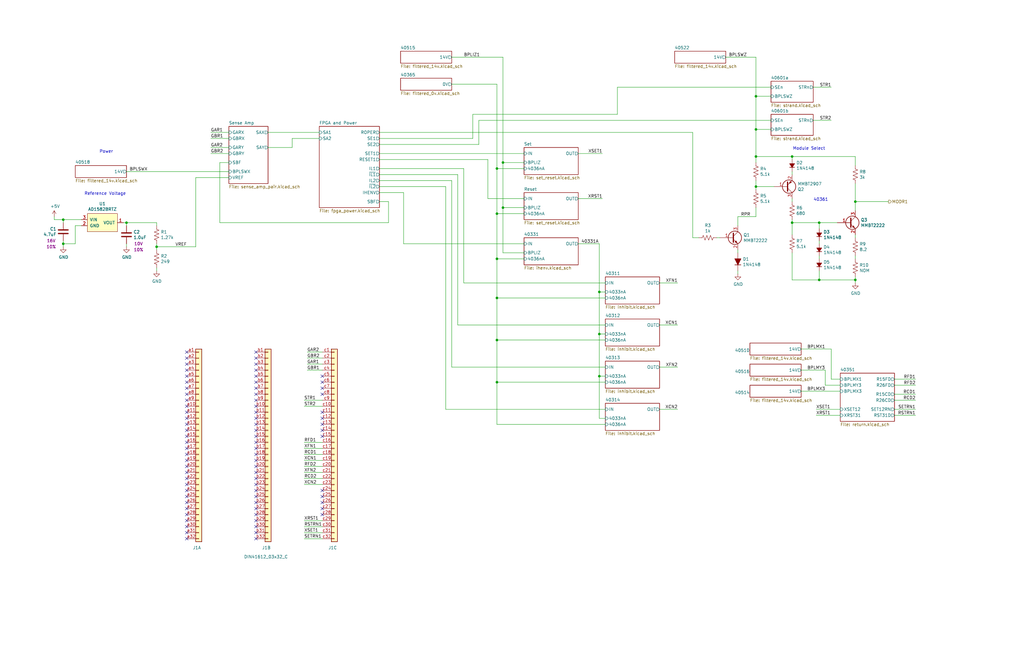
<source format=kicad_sch>
(kicad_sch (version 20211123) (generator eeschema)
  (paper "USLedger")
  (lib_symbols
    (symbol "Device:C" (pin_numbers hide) (pin_names (offset 0.254))
      (property "Reference" "C" (at 0.635 2.54 0))
      (property "Value" "C" (at 0.635 -2.54 0))
      (symbol "C_0_1"
        (polyline (pts (xy -2.032 -0.762) (xy 2.032 -0.762)) (stroke (width 0.508)))
        (polyline (pts (xy -2.032 0.762) (xy 2.032 0.762)) (stroke (width 0.508)))
      )
      (symbol "C_1_1"
        (pin passive line (at 0 3.81 270) (length 2.794) (name "~") (number "1"))
        (pin passive line (at 0 -3.81 90) (length 2.794) (name "~") (number "2"))
      )
    )
    (symbol "Device:D_Filled" (pin_numbers hide) (pin_names (offset 1.016) hide)
      (property "Reference" "D" (at 0 2.54 0))
      (property "Value" "D_Filled" (at 0 -2.54 0))
      (symbol "D_Filled_0_1"
        (polyline (pts (xy -1.27 1.27) (xy -1.27 -1.27)) (stroke (width 0.254)))
        (polyline (pts (xy 1.27 0) (xy -1.27 0)))
        (polyline (pts (xy 1.27 1.27) (xy 1.27 -1.27) (xy -1.27 0) (xy 1.27 1.27)) (stroke (width 0.254)) (fill (type outline)))
      )
      (symbol "D_Filled_1_1"
        (pin passive line (at -3.81 0 0) (length 2.54) (name "K") (number "1"))
        (pin passive line (at 3.81 0 180) (length 2.54) (name "A") (number "2"))
      )
    )
    (symbol "Device:D_Small_Filled" (pin_numbers hide) (pin_names (offset 0.254) hide)
      (property "Reference" "D" (at -1.27 2.032 0))
      (property "Value" "D_Small_Filled" (at -3.81 -2.032 0))
      (symbol "D_Small_Filled_0_1"
        (polyline (pts (xy -0.762 -1.016) (xy -0.762 1.016)) (stroke (width 0.254)))
        (polyline (pts (xy -0.762 0) (xy 0.762 0)))
        (polyline (pts (xy 0.762 -1.016) (xy -0.762 0) (xy 0.762 1.016) (xy 0.762 -1.016)) (stroke (width 0.254)) (fill (type outline)))
      )
      (symbol "D_Small_Filled_1_1"
        (pin passive line (at -2.54 0 0) (length 1.778) (name "K") (number "1"))
        (pin passive line (at 2.54 0 180) (length 1.778) (name "A") (number "2"))
      )
    )
    (symbol "Device:Q_NPN_BEC" (pin_names (offset 0) hide)
      (property "Reference" "Q" (at 5.08 1.27 0))
      (property "Value" "Q_NPN_BEC" (at 5.08 -1.27 0))
      (symbol "Q_NPN_BEC_0_1"
        (polyline (pts (xy 0.635 0.635) (xy 2.54 2.54)))
        (polyline (pts (xy 0.635 -0.635) (xy 2.54 -2.54) (xy 2.54 -2.54)))
        (polyline (pts (xy 0.635 1.905) (xy 0.635 -1.905) (xy 0.635 -1.905)) (stroke (width 0.508)))
        (polyline (pts (xy 1.27 -1.778) (xy 1.778 -1.27) (xy 2.286 -2.286) (xy 1.27 -1.778) (xy 1.27 -1.778)) (fill (type outline)))
        (circle (center 1.27 0) (radius 2.8194) (stroke (width 0.254)))
      )
      (symbol "Q_NPN_BEC_1_1"
        (pin input line (at -5.08 0 0) (length 5.715) (name "B") (number "1"))
        (pin passive line (at 2.54 -5.08 90) (length 2.54) (name "E") (number "2"))
        (pin passive line (at 2.54 5.08 270) (length 2.54) (name "C") (number "3"))
      )
    )
    (symbol "Device:Q_PNP_BEC" (pin_names (offset 0) hide)
      (property "Reference" "Q" (at 5.08 1.27 0))
      (property "Value" "Q_PNP_BEC" (at 5.08 -1.27 0))
      (symbol "Q_PNP_BEC_0_1"
        (polyline (pts (xy 0.635 0.635) (xy 2.54 2.54)))
        (polyline (pts (xy 0.635 -0.635) (xy 2.54 -2.54) (xy 2.54 -2.54)))
        (polyline (pts (xy 0.635 1.905) (xy 0.635 -1.905) (xy 0.635 -1.905)) (stroke (width 0.508)))
        (polyline (pts (xy 2.286 -1.778) (xy 1.778 -2.286) (xy 1.27 -1.27) (xy 2.286 -1.778) (xy 2.286 -1.778)) (fill (type outline)))
        (circle (center 1.27 0) (radius 2.8194) (stroke (width 0.254)))
      )
      (symbol "Q_PNP_BEC_1_1"
        (pin input line (at -5.08 0 0) (length 5.715) (name "B") (number "1"))
        (pin passive line (at 2.54 -5.08 90) (length 2.54) (name "E") (number "2"))
        (pin passive line (at 2.54 5.08 270) (length 2.54) (name "C") (number "3"))
      )
    )
    (symbol "Device:R_US" (pin_numbers hide) (pin_names (offset 0))
      (property "Reference" "R" (at 2.54 0 90))
      (property "Value" "R_US" (at -2.54 0 90))
      (symbol "R_US_0_1"
        (polyline (pts (xy 0 -2.286) (xy 0 -2.54)))
        (polyline (pts (xy 0 2.286) (xy 0 2.54)))
        (polyline (pts (xy 0 -0.762) (xy 1.016 -1.143) (xy 0 -1.524) (xy -1.016 -1.905) (xy 0 -2.286)))
        (polyline (pts (xy 0 0.762) (xy 1.016 0.381) (xy 0 0) (xy -1.016 -0.381) (xy 0 -0.762)))
        (polyline (pts (xy 0 2.286) (xy 1.016 1.905) (xy 0 1.524) (xy -1.016 1.143) (xy 0 0.762)))
      )
      (symbol "R_US_1_1"
        (pin passive line (at 0 3.81 270) (length 1.27) (name "~") (number "1"))
        (pin passive line (at 0 -3.81 90) (length 1.27) (name "~") (number "2"))
      )
    )
    (symbol "lachesis:AD1582" (pin_names (offset 1.016))
      (property "Reference" "U" (at 0 -3.81 0))
      (property "Value" "AD1582" (at 0 -6.35 0))
      (symbol "AD1582_0_1"
        (rectangle (start -6.35 5.08) (end 6.35 -2.54) (fill (type background)))
      )
      (symbol "AD1582_1_1"
        (pin power_out line (at 8.89 1.27 180) (length 2.54) (name "VOUT") (number "1"))
        (pin power_in line (at -8.89 0 0) (length 2.54) (name "GND") (number "2"))
        (pin power_in line (at -8.89 2.54 0) (length 2.54) (name "VIN") (number "3"))
      )
    )
    (symbol "lachesis:DIN41612_03x32_C" (pin_names (offset 1.016) hide)
      (property "Reference" "J" (at 0 30.48 0))
      (property "Value" "DIN41612_03x32_C" (at 0 -53.34 0))
      (symbol "DIN41612_03x32_C_0_1"
        (rectangle (start -1.27 29.21) (end 1.27 -52.07) (stroke (width 0.254)) (fill (type background)))
      )
      (symbol "DIN41612_03x32_C_1_1"
        (rectangle (start -1.27 -50.673) (end 0 -50.927) (stroke (width 0.1524)))
        (rectangle (start -1.27 -48.133) (end 0 -48.387) (stroke (width 0.1524)))
        (rectangle (start -1.27 -45.593) (end 0 -45.847) (stroke (width 0.1524)))
        (rectangle (start -1.27 -43.053) (end 0 -43.307) (stroke (width 0.1524)))
        (rectangle (start -1.27 -40.513) (end 0 -40.767) (stroke (width 0.1524)))
        (rectangle (start -1.27 -37.973) (end 0 -38.227) (stroke (width 0.1524)))
        (rectangle (start -1.27 -35.433) (end 0 -35.687) (stroke (width 0.1524)))
        (rectangle (start -1.27 -32.893) (end 0 -33.147) (stroke (width 0.1524)))
        (rectangle (start -1.27 -30.353) (end 0 -30.607) (stroke (width 0.1524)))
        (rectangle (start -1.27 -27.813) (end 0 -28.067) (stroke (width 0.1524)))
        (rectangle (start -1.27 -25.273) (end 0 -25.527) (stroke (width 0.1524)))
        (rectangle (start -1.27 -22.733) (end 0 -22.987) (stroke (width 0.1524)))
        (rectangle (start -1.27 -20.193) (end 0 -20.447) (stroke (width 0.1524)))
        (rectangle (start -1.27 -17.653) (end 0 -17.907) (stroke (width 0.1524)))
        (rectangle (start -1.27 -15.113) (end 0 -15.367) (stroke (width 0.1524)))
        (rectangle (start -1.27 -12.573) (end 0 -12.827) (stroke (width 0.1524)))
        (rectangle (start -1.27 -10.033) (end 0 -10.287) (stroke (width 0.1524)))
        (rectangle (start -1.27 -7.493) (end 0 -7.747) (stroke (width 0.1524)))
        (rectangle (start -1.27 -4.953) (end 0 -5.207) (stroke (width 0.1524)))
        (rectangle (start -1.27 -2.413) (end 0 -2.667) (stroke (width 0.1524)))
        (rectangle (start -1.27 0.127) (end 0 -0.127) (stroke (width 0.1524)))
        (rectangle (start -1.27 2.667) (end 0 2.413) (stroke (width 0.1524)))
        (rectangle (start -1.27 5.207) (end 0 4.953) (stroke (width 0.1524)))
        (rectangle (start -1.27 7.747) (end 0 7.493) (stroke (width 0.1524)))
        (rectangle (start -1.27 10.287) (end 0 10.033) (stroke (width 0.1524)))
        (rectangle (start -1.27 12.827) (end 0 12.573) (stroke (width 0.1524)))
        (rectangle (start -1.27 15.367) (end 0 15.113) (stroke (width 0.1524)))
        (rectangle (start -1.27 17.907) (end 0 17.653) (stroke (width 0.1524)))
        (rectangle (start -1.27 20.447) (end 0 20.193) (stroke (width 0.1524)))
        (rectangle (start -1.27 22.987) (end 0 22.733) (stroke (width 0.1524)))
        (rectangle (start -1.27 25.527) (end 0 25.273) (stroke (width 0.1524)))
        (rectangle (start -1.27 28.067) (end 0 27.813) (stroke (width 0.1524)))
        (pin passive line (at -5.08 27.94 0) (length 3.81) (name "~") (number "a1"))
        (pin passive line (at -5.08 5.08 0) (length 3.81) (name "~") (number "a10"))
        (pin passive line (at -5.08 2.54 0) (length 3.81) (name "~") (number "a11"))
        (pin passive line (at -5.08 0 0) (length 3.81) (name "~") (number "a12"))
        (pin passive line (at -5.08 -2.54 0) (length 3.81) (name "~") (number "a13"))
        (pin passive line (at -5.08 -5.08 0) (length 3.81) (name "~") (number "a14"))
        (pin passive line (at -5.08 -7.62 0) (length 3.81) (name "~") (number "a15"))
        (pin passive line (at -5.08 -10.16 0) (length 3.81) (name "~") (number "a16"))
        (pin passive line (at -5.08 -12.7 0) (length 3.81) (name "~") (number "a17"))
        (pin passive line (at -5.08 -15.24 0) (length 3.81) (name "~") (number "a18"))
        (pin passive line (at -5.08 -17.78 0) (length 3.81) (name "~") (number "a19"))
        (pin passive line (at -5.08 25.4 0) (length 3.81) (name "~") (number "a2"))
        (pin passive line (at -5.08 -20.32 0) (length 3.81) (name "~") (number "a20"))
        (pin passive line (at -5.08 -22.86 0) (length 3.81) (name "~") (number "a21"))
        (pin passive line (at -5.08 -25.4 0) (length 3.81) (name "~") (number "a22"))
        (pin passive line (at -5.08 -27.94 0) (length 3.81) (name "~") (number "a23"))
        (pin passive line (at -5.08 -30.48 0) (length 3.81) (name "~") (number "a24"))
        (pin passive line (at -5.08 -33.02 0) (length 3.81) (name "~") (number "a25"))
        (pin passive line (at -5.08 -35.56 0) (length 3.81) (name "~") (number "a26"))
        (pin passive line (at -5.08 -38.1 0) (length 3.81) (name "~") (number "a27"))
        (pin passive line (at -5.08 -40.64 0) (length 3.81) (name "~") (number "a28"))
        (pin passive line (at -5.08 -43.18 0) (length 3.81) (name "~") (number "a29"))
        (pin passive line (at -5.08 22.86 0) (length 3.81) (name "~") (number "a3"))
        (pin passive line (at -5.08 -45.72 0) (length 3.81) (name "~") (number "a30"))
        (pin passive line (at -5.08 -48.26 0) (length 3.81) (name "~") (number "a31"))
        (pin passive line (at -5.08 -50.8 0) (length 3.81) (name "~") (number "a32"))
        (pin passive line (at -5.08 20.32 0) (length 3.81) (name "~") (number "a4"))
        (pin passive line (at -5.08 17.78 0) (length 3.81) (name "~") (number "a5"))
        (pin passive line (at -5.08 15.24 0) (length 3.81) (name "~") (number "a6"))
        (pin passive line (at -5.08 12.7 0) (length 3.81) (name "~") (number "a7"))
        (pin passive line (at -5.08 10.16 0) (length 3.81) (name "~") (number "a8"))
        (pin passive line (at -5.08 7.62 0) (length 3.81) (name "~") (number "a9"))
      )
      (symbol "DIN41612_03x32_C_2_1"
        (rectangle (start -1.27 -50.673) (end 0 -50.927) (stroke (width 0.1524)))
        (rectangle (start -1.27 -48.133) (end 0 -48.387) (stroke (width 0.1524)))
        (rectangle (start -1.27 -45.593) (end 0 -45.847) (stroke (width 0.1524)))
        (rectangle (start -1.27 -43.053) (end 0 -43.307) (stroke (width 0.1524)))
        (rectangle (start -1.27 -40.513) (end 0 -40.767) (stroke (width 0.1524)))
        (rectangle (start -1.27 -37.973) (end 0 -38.227) (stroke (width 0.1524)))
        (rectangle (start -1.27 -35.433) (end 0 -35.687) (stroke (width 0.1524)))
        (rectangle (start -1.27 -32.893) (end 0 -33.147) (stroke (width 0.1524)))
        (rectangle (start -1.27 -30.353) (end 0 -30.607) (stroke (width 0.1524)))
        (rectangle (start -1.27 -27.813) (end 0 -28.067) (stroke (width 0.1524)))
        (rectangle (start -1.27 -25.273) (end 0 -25.527) (stroke (width 0.1524)))
        (rectangle (start -1.27 -22.733) (end 0 -22.987) (stroke (width 0.1524)))
        (rectangle (start -1.27 -20.193) (end 0 -20.447) (stroke (width 0.1524)))
        (rectangle (start -1.27 -17.653) (end 0 -17.907) (stroke (width 0.1524)))
        (rectangle (start -1.27 -15.113) (end 0 -15.367) (stroke (width 0.1524)))
        (rectangle (start -1.27 -12.573) (end 0 -12.827) (stroke (width 0.1524)))
        (rectangle (start -1.27 -10.033) (end 0 -10.287) (stroke (width 0.1524)))
        (rectangle (start -1.27 -7.493) (end 0 -7.747) (stroke (width 0.1524)))
        (rectangle (start -1.27 -4.953) (end 0 -5.207) (stroke (width 0.1524)))
        (rectangle (start -1.27 -2.413) (end 0 -2.667) (stroke (width 0.1524)))
        (rectangle (start -1.27 0.127) (end 0 -0.127) (stroke (width 0.1524)))
        (rectangle (start -1.27 2.667) (end 0 2.413) (stroke (width 0.1524)))
        (rectangle (start -1.27 5.207) (end 0 4.953) (stroke (width 0.1524)))
        (rectangle (start -1.27 7.747) (end 0 7.493) (stroke (width 0.1524)))
        (rectangle (start -1.27 10.287) (end 0 10.033) (stroke (width 0.1524)))
        (rectangle (start -1.27 12.827) (end 0 12.573) (stroke (width 0.1524)))
        (rectangle (start -1.27 15.367) (end 0 15.113) (stroke (width 0.1524)))
        (rectangle (start -1.27 17.907) (end 0 17.653) (stroke (width 0.1524)))
        (rectangle (start -1.27 20.447) (end 0 20.193) (stroke (width 0.1524)))
        (rectangle (start -1.27 22.987) (end 0 22.733) (stroke (width 0.1524)))
        (rectangle (start -1.27 25.527) (end 0 25.273) (stroke (width 0.1524)))
        (rectangle (start -1.27 28.067) (end 0 27.813) (stroke (width 0.1524)))
        (pin passive line (at -5.08 27.94 0) (length 3.81) (name "~") (number "b1"))
        (pin passive line (at -5.08 5.08 0) (length 3.81) (name "~") (number "b10"))
        (pin passive line (at -5.08 2.54 0) (length 3.81) (name "~") (number "b11"))
        (pin passive line (at -5.08 0 0) (length 3.81) (name "~") (number "b12"))
        (pin passive line (at -5.08 -2.54 0) (length 3.81) (name "~") (number "b13"))
        (pin passive line (at -5.08 -5.08 0) (length 3.81) (name "~") (number "b14"))
        (pin passive line (at -5.08 -7.62 0) (length 3.81) (name "~") (number "b15"))
        (pin passive line (at -5.08 -10.16 0) (length 3.81) (name "~") (number "b16"))
        (pin passive line (at -5.08 -12.7 0) (length 3.81) (name "~") (number "b17"))
        (pin passive line (at -5.08 -15.24 0) (length 3.81) (name "~") (number "b18"))
        (pin passive line (at -5.08 -17.78 0) (length 3.81) (name "~") (number "b19"))
        (pin passive line (at -5.08 25.4 0) (length 3.81) (name "~") (number "b2"))
        (pin passive line (at -5.08 -20.32 0) (length 3.81) (name "~") (number "b20"))
        (pin passive line (at -5.08 -22.86 0) (length 3.81) (name "~") (number "b21"))
        (pin passive line (at -5.08 -25.4 0) (length 3.81) (name "~") (number "b22"))
        (pin passive line (at -5.08 -27.94 0) (length 3.81) (name "~") (number "b23"))
        (pin passive line (at -5.08 -30.48 0) (length 3.81) (name "~") (number "b24"))
        (pin passive line (at -5.08 -33.02 0) (length 3.81) (name "~") (number "b25"))
        (pin passive line (at -5.08 -35.56 0) (length 3.81) (name "~") (number "b26"))
        (pin passive line (at -5.08 -38.1 0) (length 3.81) (name "~") (number "b27"))
        (pin passive line (at -5.08 -40.64 0) (length 3.81) (name "~") (number "b28"))
        (pin passive line (at -5.08 -43.18 0) (length 3.81) (name "~") (number "b29"))
        (pin passive line (at -5.08 22.86 0) (length 3.81) (name "~") (number "b3"))
        (pin passive line (at -5.08 -45.72 0) (length 3.81) (name "~") (number "b30"))
        (pin passive line (at -5.08 -48.26 0) (length 3.81) (name "~") (number "b31"))
        (pin passive line (at -5.08 -50.8 0) (length 3.81) (name "~") (number "b32"))
        (pin passive line (at -5.08 20.32 0) (length 3.81) (name "~") (number "b4"))
        (pin passive line (at -5.08 17.78 0) (length 3.81) (name "~") (number "b5"))
        (pin passive line (at -5.08 15.24 0) (length 3.81) (name "~") (number "b6"))
        (pin passive line (at -5.08 12.7 0) (length 3.81) (name "~") (number "b7"))
        (pin passive line (at -5.08 10.16 0) (length 3.81) (name "~") (number "b8"))
        (pin passive line (at -5.08 7.62 0) (length 3.81) (name "~") (number "b9"))
      )
      (symbol "DIN41612_03x32_C_3_1"
        (rectangle (start -1.27 -50.673) (end 0 -50.927) (stroke (width 0.1524)))
        (rectangle (start -1.27 -48.133) (end 0 -48.387) (stroke (width 0.1524)))
        (rectangle (start -1.27 -45.593) (end 0 -45.847) (stroke (width 0.1524)))
        (rectangle (start -1.27 -43.053) (end 0 -43.307) (stroke (width 0.1524)))
        (rectangle (start -1.27 -40.513) (end 0 -40.767) (stroke (width 0.1524)))
        (rectangle (start -1.27 -37.973) (end 0 -38.227) (stroke (width 0.1524)))
        (rectangle (start -1.27 -35.433) (end 0 -35.687) (stroke (width 0.1524)))
        (rectangle (start -1.27 -32.893) (end 0 -33.147) (stroke (width 0.1524)))
        (rectangle (start -1.27 -30.353) (end 0 -30.607) (stroke (width 0.1524)))
        (rectangle (start -1.27 -27.813) (end 0 -28.067) (stroke (width 0.1524)))
        (rectangle (start -1.27 -25.273) (end 0 -25.527) (stroke (width 0.1524)))
        (rectangle (start -1.27 -22.733) (end 0 -22.987) (stroke (width 0.1524)))
        (rectangle (start -1.27 -20.193) (end 0 -20.447) (stroke (width 0.1524)))
        (rectangle (start -1.27 -17.653) (end 0 -17.907) (stroke (width 0.1524)))
        (rectangle (start -1.27 -15.113) (end 0 -15.367) (stroke (width 0.1524)))
        (rectangle (start -1.27 -12.573) (end 0 -12.827) (stroke (width 0.1524)))
        (rectangle (start -1.27 -10.033) (end 0 -10.287) (stroke (width 0.1524)))
        (rectangle (start -1.27 -7.493) (end 0 -7.747) (stroke (width 0.1524)))
        (rectangle (start -1.27 -4.953) (end 0 -5.207) (stroke (width 0.1524)))
        (rectangle (start -1.27 -2.413) (end 0 -2.667) (stroke (width 0.1524)))
        (rectangle (start -1.27 0.127) (end 0 -0.127) (stroke (width 0.1524)))
        (rectangle (start -1.27 2.667) (end 0 2.413) (stroke (width 0.1524)))
        (rectangle (start -1.27 5.207) (end 0 4.953) (stroke (width 0.1524)))
        (rectangle (start -1.27 7.747) (end 0 7.493) (stroke (width 0.1524)))
        (rectangle (start -1.27 10.287) (end 0 10.033) (stroke (width 0.1524)))
        (rectangle (start -1.27 12.827) (end 0 12.573) (stroke (width 0.1524)))
        (rectangle (start -1.27 15.367) (end 0 15.113) (stroke (width 0.1524)))
        (rectangle (start -1.27 17.907) (end 0 17.653) (stroke (width 0.1524)))
        (rectangle (start -1.27 20.447) (end 0 20.193) (stroke (width 0.1524)))
        (rectangle (start -1.27 22.987) (end 0 22.733) (stroke (width 0.1524)))
        (rectangle (start -1.27 25.527) (end 0 25.273) (stroke (width 0.1524)))
        (rectangle (start -1.27 28.067) (end 0 27.813) (stroke (width 0.1524)))
        (pin passive line (at -5.08 27.94 0) (length 3.81) (name "~") (number "c1"))
        (pin passive line (at -5.08 5.08 0) (length 3.81) (name "~") (number "c10"))
        (pin passive line (at -5.08 2.54 0) (length 3.81) (name "~") (number "c11"))
        (pin passive line (at -5.08 0 0) (length 3.81) (name "~") (number "c12"))
        (pin passive line (at -5.08 -2.54 0) (length 3.81) (name "~") (number "c13"))
        (pin passive line (at -5.08 -5.08 0) (length 3.81) (name "~") (number "c14"))
        (pin passive line (at -5.08 -7.62 0) (length 3.81) (name "~") (number "c15"))
        (pin passive line (at -5.08 -10.16 0) (length 3.81) (name "~") (number "c16"))
        (pin passive line (at -5.08 -12.7 0) (length 3.81) (name "~") (number "c17"))
        (pin passive line (at -5.08 -15.24 0) (length 3.81) (name "~") (number "c18"))
        (pin passive line (at -5.08 -17.78 0) (length 3.81) (name "~") (number "c19"))
        (pin passive line (at -5.08 25.4 0) (length 3.81) (name "~") (number "c2"))
        (pin passive line (at -5.08 -20.32 0) (length 3.81) (name "~") (number "c20"))
        (pin passive line (at -5.08 -22.86 0) (length 3.81) (name "~") (number "c21"))
        (pin passive line (at -5.08 -25.4 0) (length 3.81) (name "~") (number "c22"))
        (pin passive line (at -5.08 -27.94 0) (length 3.81) (name "~") (number "c23"))
        (pin passive line (at -5.08 -30.48 0) (length 3.81) (name "~") (number "c24"))
        (pin passive line (at -5.08 -33.02 0) (length 3.81) (name "~") (number "c25"))
        (pin passive line (at -5.08 -35.56 0) (length 3.81) (name "~") (number "c26"))
        (pin passive line (at -5.08 -38.1 0) (length 3.81) (name "~") (number "c27"))
        (pin passive line (at -5.08 -40.64 0) (length 3.81) (name "~") (number "c28"))
        (pin passive line (at -5.08 -43.18 0) (length 3.81) (name "~") (number "c29"))
        (pin passive line (at -5.08 22.86 0) (length 3.81) (name "~") (number "c3"))
        (pin passive line (at -5.08 -45.72 0) (length 3.81) (name "~") (number "c30"))
        (pin passive line (at -5.08 -48.26 0) (length 3.81) (name "~") (number "c31"))
        (pin passive line (at -5.08 -50.8 0) (length 3.81) (name "~") (number "c32"))
        (pin passive line (at -5.08 20.32 0) (length 3.81) (name "~") (number "c4"))
        (pin passive line (at -5.08 17.78 0) (length 3.81) (name "~") (number "c5"))
        (pin passive line (at -5.08 15.24 0) (length 3.81) (name "~") (number "c6"))
        (pin passive line (at -5.08 12.7 0) (length 3.81) (name "~") (number "c7"))
        (pin passive line (at -5.08 10.16 0) (length 3.81) (name "~") (number "c8"))
        (pin passive line (at -5.08 7.62 0) (length 3.81) (name "~") (number "c9"))
      )
    )
    (symbol "power:+5V" (power) (pin_names (offset 0))
      (property "Value" "+5V" (at 0 3.556 0))
      (symbol "+5V_0_1"
        (polyline (pts (xy -0.762 1.27) (xy 0 2.54)))
        (polyline (pts (xy 0 0) (xy 0 2.54)))
        (polyline (pts (xy 0 2.54) (xy 0.762 1.27)))
      )
      (symbol "+5V_1_1"
        (pin power_in line (at 0 0 90) (length 0) hide (name "+5V") (number "1"))
      )
    )
    (symbol "power:GND" (power) (pin_names (offset 0))
      (property "Value" "GND" (at 0 -3.81 0))
      (symbol "GND_0_1"
        (polyline (pts (xy 0 0) (xy 0 -1.27) (xy 1.27 -1.27) (xy 0 -2.54) (xy -1.27 -1.27) (xy 0 -1.27)))
      )
      (symbol "GND_1_1"
        (pin power_in line (at 0 0 270) (length 0) hide (name "GND") (number "1"))
      )
    )
  )
  (junction (at 209.55 143.51))
  (junction (at 318.77 78.74))
  (junction (at 209.55 109.22))
  (junction (at 212.09 68.58))
  (junction (at 318.77 54.61))
  (junction (at 360.68 118.11))
  (junction (at 53.34 93.98))
  (junction (at 66.04 104.14))
  (junction (at 360.68 85.09))
  (junction (at 334.01 66.04))
  (junction (at 209.55 125.73))
  (junction (at 252.73 123.19))
  (junction (at 26.67 92.71))
  (junction (at 209.55 90.17))
  (junction (at 334.01 93.98))
  (junction (at 209.55 71.12))
  (junction (at 252.73 140.97))
  (junction (at 212.09 87.63))
  (junction (at 252.73 158.75))
  (junction (at 345.44 93.98))
  (junction (at 209.55 161.29))
  (junction (at 318.77 40.64))
  (junction (at 345.44 118.11))
  (junction (at 26.67 102.87))
  (junction (at 318.77 66.04))
  (no_connect (at 78.74 158.75))
  (no_connect (at 135.89 217.17))
  (no_connect (at 78.74 171.45))
  (no_connect (at 78.74 207.01))
  (no_connect (at 135.89 209.55))
  (no_connect (at 78.74 179.07))
  (no_connect (at 78.74 224.79))
  (no_connect (at 107.95 153.67))
  (no_connect (at 107.95 219.71))
  (no_connect (at 78.74 219.71))
  (no_connect (at 78.74 156.21))
  (no_connect (at 107.95 222.25))
  (no_connect (at 135.89 207.01))
  (no_connect (at 78.74 222.25))
  (no_connect (at 107.95 189.23))
  (no_connect (at 107.95 191.77))
  (no_connect (at 107.95 227.33))
  (no_connect (at 107.95 224.79))
  (no_connect (at 107.95 201.93))
  (no_connect (at 78.74 212.09))
  (no_connect (at 78.74 217.17))
  (no_connect (at 107.95 148.59))
  (no_connect (at 135.89 173.99))
  (no_connect (at 107.95 168.91))
  (no_connect (at 135.89 181.61))
  (no_connect (at 135.89 214.63))
  (no_connect (at 135.89 179.07))
  (no_connect (at 78.74 189.23))
  (no_connect (at 107.95 156.21))
  (no_connect (at 107.95 204.47))
  (no_connect (at 78.74 201.93))
  (no_connect (at 107.95 173.99))
  (no_connect (at 78.74 204.47))
  (no_connect (at 107.95 163.83))
  (no_connect (at 135.89 166.37))
  (no_connect (at 135.89 158.75))
  (no_connect (at 135.89 161.29))
  (no_connect (at 135.89 163.83))
  (no_connect (at 107.95 181.61))
  (no_connect (at 107.95 209.55))
  (no_connect (at 78.74 163.83))
  (no_connect (at 107.95 151.13))
  (no_connect (at 107.95 212.09))
  (no_connect (at 78.74 186.69))
  (no_connect (at 78.74 153.67))
  (no_connect (at 107.95 207.01))
  (no_connect (at 107.95 184.15))
  (no_connect (at 78.74 176.53))
  (no_connect (at 107.95 176.53))
  (no_connect (at 78.74 166.37))
  (no_connect (at 78.74 168.91))
  (no_connect (at 135.89 212.09))
  (no_connect (at 107.95 217.17))
  (no_connect (at 135.89 184.15))
  (no_connect (at 78.74 196.85))
  (no_connect (at 78.74 194.31))
  (no_connect (at 107.95 179.07))
  (no_connect (at 107.95 171.45))
  (no_connect (at 78.74 181.61))
  (no_connect (at 107.95 158.75))
  (no_connect (at 78.74 227.33))
  (no_connect (at 107.95 214.63))
  (no_connect (at 78.74 173.99))
  (no_connect (at 107.95 161.29))
  (no_connect (at 107.95 196.85))
  (no_connect (at 78.74 161.29))
  (no_connect (at 78.74 184.15))
  (no_connect (at 107.95 199.39))
  (no_connect (at 135.89 176.53))
  (no_connect (at 78.74 151.13))
  (no_connect (at 78.74 209.55))
  (no_connect (at 78.74 191.77))
  (no_connect (at 78.74 199.39))
  (no_connect (at 107.95 186.69))
  (no_connect (at 107.95 166.37))
  (no_connect (at 107.95 194.31))
  (no_connect (at 78.74 214.63))
  (no_connect (at 78.74 148.59))
  (wire (pts (xy 345.44 109.22) (xy 345.44 107.95)))
  (wire (pts (xy 128.27 194.31) (xy 135.89 194.31)))
  (wire (pts (xy 82.55 74.93) (xy 96.52 74.93)))
  (wire (pts (xy 128.27 222.25) (xy 135.89 222.25)))
  (wire (pts (xy 252.73 102.87) (xy 252.73 123.19)))
  (wire (pts (xy 190.5 24.13) (xy 212.09 24.13)))
  (wire (pts (xy 345.44 102.87) (xy 345.44 101.6)))
  (wire (pts (xy 212.09 68.58) (xy 220.98 68.58)))
  (wire (pts (xy 334.01 106.68) (xy 334.01 118.11)))
  (wire (pts (xy 88.9 64.77) (xy 96.52 64.77)))
  (wire (pts (xy 347.98 162.56) (xy 354.33 162.56)))
  (wire (pts (xy 209.55 143.51) (xy 209.55 161.29)))
  (wire (pts (xy 53.34 72.39) (xy 96.52 72.39)))
  (wire (pts (xy 199.39 58.42) (xy 199.39 48.26)))
  (wire (pts (xy 128.27 191.77) (xy 135.89 191.77)))
  (wire (pts (xy 360.68 66.04) (xy 334.01 66.04)))
  (wire (pts (xy 26.67 101.6) (xy 26.67 102.87)))
  (wire (pts (xy 209.55 35.56) (xy 209.55 71.12)))
  (wire (pts (xy 66.04 113.03) (xy 66.04 114.3)))
  (wire (pts (xy 311.15 114.3) (xy 311.15 115.57)))
  (wire (pts (xy 190.5 76.2) (xy 190.5 154.94)))
  (wire (pts (xy 135.89 156.21) (xy 129.54 156.21)))
  (wire (pts (xy 354.33 172.72) (xy 344.17 172.72)))
  (wire (pts (xy 260.35 36.83) (xy 325.12 36.83)))
  (wire (pts (xy 190.5 154.94) (xy 255.27 154.94)))
  (wire (pts (xy 377.19 168.91) (xy 386.08 168.91)))
  (wire (pts (xy 334.01 83.82) (xy 334.01 85.09)))
  (wire (pts (xy 163.83 93.98) (xy 163.83 85.09)))
  (wire (pts (xy 26.67 102.87) (xy 26.67 104.14)))
  (wire (pts (xy 337.82 165.1) (xy 354.33 165.1)))
  (wire (pts (xy 82.55 104.14) (xy 82.55 74.93)))
  (wire (pts (xy 160.02 64.77) (xy 220.98 64.77)))
  (wire (pts (xy 360.68 100.33) (xy 360.68 99.06)))
  (wire (pts (xy 318.77 24.13) (xy 318.77 40.64)))
  (wire (pts (xy 31.75 95.25) (xy 34.29 95.25)))
  (wire (pts (xy 212.09 87.63) (xy 212.09 106.68)))
  (wire (pts (xy 292.1 55.88) (xy 292.1 100.33)))
  (wire (pts (xy 113.03 62.23) (xy 123.19 62.23)))
  (wire (pts (xy 334.01 92.71) (xy 334.01 93.98)))
  (wire (pts (xy 170.18 102.87) (xy 220.98 102.87)))
  (wire (pts (xy 260.35 48.26) (xy 260.35 36.83)))
  (wire (pts (xy 377.19 172.72) (xy 386.08 172.72)))
  (wire (pts (xy 209.55 125.73) (xy 209.55 143.51)))
  (wire (pts (xy 26.67 102.87) (xy 31.75 102.87)))
  (wire (pts (xy 193.04 73.66) (xy 193.04 137.16)))
  (wire (pts (xy 160.02 55.88) (xy 292.1 55.88)))
  (wire (pts (xy 278.13 172.72) (xy 285.75 172.72)))
  (wire (pts (xy 212.09 106.68) (xy 220.98 106.68)))
  (wire (pts (xy 92.71 93.98) (xy 163.83 93.98)))
  (wire (pts (xy 318.77 76.2) (xy 318.77 78.74)))
  (wire (pts (xy 243.84 102.87) (xy 252.73 102.87)))
  (wire (pts (xy 350.52 160.02) (xy 354.33 160.02)))
  (wire (pts (xy 135.89 148.59) (xy 129.54 148.59)))
  (wire (pts (xy 195.58 71.12) (xy 195.58 119.38)))
  (wire (pts (xy 201.93 60.96) (xy 201.93 50.8)))
  (wire (pts (xy 318.77 87.63) (xy 318.77 91.44)))
  (wire (pts (xy 354.33 175.26) (xy 344.17 175.26)))
  (wire (pts (xy 128.27 201.93) (xy 135.89 201.93)))
  (wire (pts (xy 209.55 179.07) (xy 255.27 179.07)))
  (wire (pts (xy 128.27 199.39) (xy 135.89 199.39)))
  (wire (pts (xy 209.55 125.73) (xy 255.27 125.73)))
  (wire (pts (xy 53.34 93.98) (xy 53.34 95.25)))
  (wire (pts (xy 252.73 123.19) (xy 252.73 140.97)))
  (wire (pts (xy 160.02 67.31) (xy 205.74 67.31)))
  (wire (pts (xy 342.9 50.8) (xy 350.52 50.8)))
  (wire (pts (xy 353.06 93.98) (xy 345.44 93.98)))
  (wire (pts (xy 345.44 93.98) (xy 345.44 96.52)))
  (wire (pts (xy 212.09 68.58) (xy 212.09 87.63)))
  (wire (pts (xy 311.15 91.44) (xy 318.77 91.44)))
  (wire (pts (xy 377.19 160.02) (xy 386.08 160.02)))
  (wire (pts (xy 205.74 83.82) (xy 220.98 83.82)))
  (wire (pts (xy 252.73 176.53) (xy 255.27 176.53)))
  (wire (pts (xy 209.55 109.22) (xy 209.55 125.73)))
  (wire (pts (xy 252.73 140.97) (xy 255.27 140.97)))
  (wire (pts (xy 123.19 58.42) (xy 134.62 58.42)))
  (wire (pts (xy 302.26 100.33) (xy 303.53 100.33)))
  (wire (pts (xy 160.02 71.12) (xy 195.58 71.12)))
  (wire (pts (xy 243.84 64.77) (xy 254 64.77)))
  (wire (pts (xy 128.27 227.33) (xy 135.89 227.33)))
  (wire (pts (xy 318.77 54.61) (xy 318.77 66.04)))
  (wire (pts (xy 209.55 161.29) (xy 209.55 179.07)))
  (wire (pts (xy 252.73 158.75) (xy 252.73 176.53)))
  (wire (pts (xy 53.34 93.98) (xy 66.04 93.98)))
  (wire (pts (xy 128.27 171.45) (xy 135.89 171.45)))
  (wire (pts (xy 311.15 95.25) (xy 311.15 91.44)))
  (wire (pts (xy 360.68 85.09) (xy 374.65 85.09)))
  (wire (pts (xy 53.34 102.87) (xy 53.34 104.14)))
  (wire (pts (xy 360.68 119.38) (xy 360.68 118.11)))
  (wire (pts (xy 128.27 168.91) (xy 135.89 168.91)))
  (wire (pts (xy 360.68 85.09) (xy 360.68 77.47)))
  (wire (pts (xy 22.86 92.71) (xy 26.67 92.71)))
  (wire (pts (xy 66.04 102.87) (xy 66.04 104.14)))
  (wire (pts (xy 377.19 162.56) (xy 386.08 162.56)))
  (wire (pts (xy 88.9 58.42) (xy 96.52 58.42)))
  (wire (pts (xy 318.77 78.74) (xy 318.77 80.01)))
  (wire (pts (xy 209.55 90.17) (xy 220.98 90.17)))
  (wire (pts (xy 52.07 93.98) (xy 53.34 93.98)))
  (wire (pts (xy 160.02 60.96) (xy 201.93 60.96)))
  (wire (pts (xy 26.67 92.71) (xy 34.29 92.71)))
  (wire (pts (xy 160.02 78.74) (xy 187.96 78.74)))
  (wire (pts (xy 318.77 40.64) (xy 318.77 54.61)))
  (wire (pts (xy 201.93 50.8) (xy 325.12 50.8)))
  (wire (pts (xy 209.55 71.12) (xy 220.98 71.12)))
  (wire (pts (xy 334.01 118.11) (xy 345.44 118.11)))
  (wire (pts (xy 334.01 72.39) (xy 334.01 73.66)))
  (wire (pts (xy 212.09 87.63) (xy 220.98 87.63)))
  (wire (pts (xy 209.55 143.51) (xy 255.27 143.51)))
  (wire (pts (xy 209.55 109.22) (xy 209.55 90.17)))
  (wire (pts (xy 195.58 119.38) (xy 255.27 119.38)))
  (wire (pts (xy 337.82 156.21) (xy 347.98 156.21)))
  (wire (pts (xy 278.13 137.16) (xy 285.75 137.16)))
  (wire (pts (xy 135.89 151.13) (xy 129.54 151.13)))
  (wire (pts (xy 334.01 66.04) (xy 334.01 67.31)))
  (wire (pts (xy 209.55 71.12) (xy 209.55 90.17)))
  (wire (pts (xy 187.96 172.72) (xy 255.27 172.72)))
  (wire (pts (xy 334.01 93.98) (xy 345.44 93.98)))
  (wire (pts (xy 360.68 88.9) (xy 360.68 85.09)))
  (wire (pts (xy 128.27 196.85) (xy 135.89 196.85)))
  (wire (pts (xy 252.73 123.19) (xy 255.27 123.19)))
  (wire (pts (xy 360.68 69.85) (xy 360.68 66.04)))
  (wire (pts (xy 160.02 76.2) (xy 190.5 76.2)))
  (wire (pts (xy 243.84 83.82) (xy 254 83.82)))
  (wire (pts (xy 128.27 204.47) (xy 135.89 204.47)))
  (wire (pts (xy 318.77 66.04) (xy 334.01 66.04)))
  (wire (pts (xy 209.55 161.29) (xy 255.27 161.29)))
  (wire (pts (xy 278.13 119.38) (xy 285.75 119.38)))
  (wire (pts (xy 342.9 36.83) (xy 350.52 36.83)))
  (wire (pts (xy 113.03 55.88) (xy 134.62 55.88)))
  (wire (pts (xy 318.77 40.64) (xy 325.12 40.64)))
  (wire (pts (xy 377.19 166.37) (xy 386.08 166.37)))
  (wire (pts (xy 26.67 92.71) (xy 26.67 93.98)))
  (wire (pts (xy 66.04 104.14) (xy 66.04 105.41)))
  (wire (pts (xy 88.9 55.88) (xy 96.52 55.88)))
  (wire (pts (xy 212.09 24.13) (xy 212.09 68.58)))
  (wire (pts (xy 128.27 224.79) (xy 135.89 224.79)))
  (wire (pts (xy 160.02 73.66) (xy 193.04 73.66)))
  (wire (pts (xy 128.27 189.23) (xy 135.89 189.23)))
  (wire (pts (xy 170.18 81.28) (xy 170.18 102.87)))
  (wire (pts (xy 318.77 78.74) (xy 326.39 78.74)))
  (wire (pts (xy 66.04 104.14) (xy 82.55 104.14)))
  (wire (pts (xy 311.15 105.41) (xy 311.15 106.68)))
  (wire (pts (xy 31.75 95.25) (xy 31.75 102.87)))
  (wire (pts (xy 128.27 219.71) (xy 135.89 219.71)))
  (wire (pts (xy 190.5 35.56) (xy 209.55 35.56)))
  (wire (pts (xy 22.86 91.44) (xy 22.86 92.71)))
  (wire (pts (xy 337.82 147.32) (xy 350.52 147.32)))
  (wire (pts (xy 135.89 153.67) (xy 129.54 153.67)))
  (wire (pts (xy 252.73 158.75) (xy 255.27 158.75)))
  (wire (pts (xy 160.02 81.28) (xy 170.18 81.28)))
  (wire (pts (xy 360.68 118.11) (xy 360.68 116.84)))
  (wire (pts (xy 377.19 175.26) (xy 386.08 175.26)))
  (wire (pts (xy 187.96 78.74) (xy 187.96 172.72)))
  (wire (pts (xy 205.74 67.31) (xy 205.74 83.82)))
  (wire (pts (xy 306.07 24.13) (xy 318.77 24.13)))
  (wire (pts (xy 318.77 54.61) (xy 325.12 54.61)))
  (wire (pts (xy 347.98 156.21) (xy 347.98 162.56)))
  (wire (pts (xy 66.04 93.98) (xy 66.04 95.25)))
  (wire (pts (xy 350.52 147.32) (xy 350.52 160.02)))
  (wire (pts (xy 128.27 186.69) (xy 135.89 186.69)))
  (wire (pts (xy 92.71 68.58) (xy 96.52 68.58)))
  (wire (pts (xy 252.73 140.97) (xy 252.73 158.75)))
  (wire (pts (xy 318.77 66.04) (xy 318.77 68.58)))
  (wire (pts (xy 292.1 100.33) (xy 294.64 100.33)))
  (wire (pts (xy 193.04 137.16) (xy 255.27 137.16)))
  (wire (pts (xy 123.19 62.23) (xy 123.19 58.42)))
  (wire (pts (xy 345.44 118.11) (xy 345.44 114.3)))
  (wire (pts (xy 88.9 62.23) (xy 96.52 62.23)))
  (wire (pts (xy 160.02 58.42) (xy 199.39 58.42)))
  (wire (pts (xy 220.98 109.22) (xy 209.55 109.22)))
  (wire (pts (xy 92.71 93.98) (xy 92.71 68.58)))
  (wire (pts (xy 345.44 118.11) (xy 360.68 118.11)))
  (wire (pts (xy 160.02 85.09) (xy 163.83 85.09)))
  (wire (pts (xy 360.68 109.22) (xy 360.68 107.95)))
  (wire (pts (xy 199.39 48.26) (xy 260.35 48.26)))
  (wire (pts (xy 334.01 93.98) (xy 334.01 99.06)))
  (wire (pts (xy 278.13 154.94) (xy 285.75 154.94)))
  (text "Reference Voltage" (at 35.56 82.55 0) (effects (font (size 1.27 1.27)) (justify left bottom)))
  (text "40361" (at 349.25 85.09 180) (effects (font (size 1.27 1.27)) (justify right bottom)))
  (text "Power" (at 41.91 64.77 0) (effects (font (size 1.27 1.27)) (justify left bottom)))
  (text "Module Select" (at 347.98 63.5 180) (effects (font (size 1.27 1.27)) (justify right bottom)))
  (label "BPLMX3" (at 340.36 165.1 0))
  (label "XFN2" (at 285.75 154.94 180))
  (label "XRST1" (at 254 83.82 180))
  (label "BPLSWZ" (at 314.96 24.13 180))
  (label "XCN1" (at 285.75 137.16 180))
  (label "STR1" (at 350.52 36.83 180))
  (label "GAR1" (at 88.9 55.88 0))
  (label "GBR2" (at 129.54 151.13 0))
  (label "GBR2" (at 88.9 64.77 0))
  (label "STR2" (at 350.52 50.8 180))
  (label "RSTRN1" (at 128.27 222.25 0))
  (label "XRST1" (at 128.27 219.71 0))
  (label "XCN2" (at 128.27 204.47 0))
  (label "XSET1" (at 254 64.77 180))
  (label "40331A" (at 245.11 102.87 0))
  (label "RFD1" (at 128.27 186.69 0))
  (label "RFD2" (at 128.27 196.85 0))
  (label "XRST1" (at 344.17 175.26 0))
  (label "GBR1" (at 129.54 156.21 0))
  (label "XCN2" (at 285.75 172.72 180))
  (label "STR2" (at 128.27 171.45 0))
  (label "BPLMX1" (at 340.36 147.32 0))
  (label "VREF" (at 78.74 104.14 180))
  (label "GAR2" (at 88.9 62.23 0))
  (label "RSTRN1" (at 386.08 175.26 180))
  (label "XSET1" (at 344.17 172.72 0))
  (label "BPLMY3" (at 340.36 156.21 0))
  (label "RCD1" (at 386.08 166.37 180))
  (label "RCD2" (at 386.08 168.91 180))
  (label "RPR" (at 312.42 91.44 0))
  (label "XCN1" (at 128.27 194.31 0))
  (label "BPLSWX" (at 62.23 72.39 180))
  (label "STR1" (at 128.27 168.91 0))
  (label "BPLIZ1" (at 195.58 24.13 0))
  (label "XFN2" (at 128.27 199.39 0))
  (label "RFD1" (at 386.08 160.02 180))
  (label "XFN1" (at 128.27 189.23 0))
  (label "RCD2" (at 128.27 201.93 0))
  (label "RFD2" (at 386.08 162.56 180))
  (label "RCD1" (at 128.27 191.77 0))
  (label "SETRN1" (at 128.27 227.33 0))
  (label "GAR2" (at 129.54 148.59 0))
  (label "GBR1" (at 88.9 58.42 0))
  (label "SETRN1" (at 386.08 172.72 180))
  (label "GAR1" (at 129.54 153.67 0))
  (label "XSET1" (at 128.27 224.79 0))
  (label "XFN1" (at 285.75 119.38 180))
  (hierarchical_label "MODR1" (shape output) (at 374.65 85.09 0))
  (symbol (lib_id "Device:R_US") (at 298.45 100.33 270) (unit 1)
    (property "Reference" "R3" (at 298.45 95.123 90))
    (property "Value" "1k" (at 298.45 97.4344 90))
    (property "Footprint" "Resistor_SMD:R_0603_1608Metric" (effects hide))
  )
  (symbol (lib_id "Device:R_US") (at 318.77 72.39 0) (unit 1)
    (property "Reference" "R4" (at 320.4972 71.2216 0) (effects (justify left)))
    (property "Value" "5.1k" (at 320.4972 73.533 0) (effects (justify left)))
    (property "Footprint" "Resistor_SMD:R_0603_1608Metric" (effects hide))
  )
  (symbol (lib_id "Device:Q_NPN_BEC") (at 358.14 93.98 0) (unit 1)
    (property "Reference" "Q3" (at 362.9914 92.8116 0) (effects (justify left)))
    (property "Value" "MMBT2222" (at 362.9914 95.123 0) (effects (justify left)))
    (property "Footprint" "Package_TO_SOT_SMD:SOT-23" (effects hide))
    (property "Digikey" "https://www.digikey.com/en/products/detail/MMBT2222A-G/641-1942-1-ND/9477875" (effects hide))
    (property "Part Number" "MMBT2222A-G" (effects hide))
  )
  (symbol (lib_id "Device:R_US") (at 66.04 99.06 0) (unit 1)
    (property "Reference" "R1" (at 67.7672 97.8916 0) (effects (justify left)))
    (property "Value" "1.27k" (at 67.7672 100.203 0) (effects (justify left)))
    (property "Footprint" "Resistor_SMD:R_0603_1608Metric" (effects hide))
  )
  (symbol (lib_id "Device:R_US") (at 66.04 109.22 0) (unit 1)
    (property "Reference" "R2" (at 67.7672 108.0516 0) (effects (justify left)))
    (property "Value" "249" (at 67.7672 110.363 0) (effects (justify left)))
    (property "Footprint" "Resistor_SMD:R_0603_1608Metric" (effects hide))
  )
  (symbol (lib_id "Device:R_US") (at 360.68 104.14 0) (unit 1)
    (property "Reference" "R9" (at 362.4072 102.9716 0) (effects (justify left)))
    (property "Value" "8.2" (at 362.4072 105.283 0) (effects (justify left)))
    (property "Footprint" "Resistor_SMD:R_0603_1608Metric" (effects hide))
  )
  (symbol (lib_id "Device:D_Small_Filled") (at 345.44 99.06 90) (unit 1)
    (property "Reference" "D3" (at 347.218 97.8916 90) (effects (justify right)))
    (property "Value" "1N4148" (at 347.218 100.203 90) (effects (justify right)))
    (property "Footprint" "Diode_SMD:D_SOD-323" (effects hide))
    (property "Part Number" "1N4148WSTR" (effects hide))
    (property "Digikey" "https://www.digikey.com/en/products/detail/smc-diode-solutions/1N4148WSTR/6022449" (effects hide))
  )
  (symbol (lib_id "Device:R_US") (at 334.01 102.87 0) (unit 1)
    (property "Reference" "R7" (at 335.7372 101.7016 0) (effects (justify left)))
    (property "Value" "5.1k" (at 335.7372 104.013 0) (effects (justify left)))
    (property "Footprint" "Resistor_SMD:R_0603_1608Metric" (effects hide))
  )
  (symbol (lib_id "Device:C") (at 53.34 99.06 0) (unit 1)
    (property "Reference" "C2" (at 56.261 97.8916 0) (effects (justify left)))
    (property "Value" "1.0uF" (at 56.261 100.203 0) (effects (justify left)))
    (property "Footprint" "Capacitor_SMD:C_0603_1608Metric" (effects hide))
    (property "Digikey" "https://www.digikey.com/en/products/detail/samsung-electro-mechanics/CL10B105KP8NNNC/3887604" (effects hide))
    (property "Part Number" "CL10B105KP8NNNC" (effects hide))
    (property "Rating" "10V" (at 58.42 102.87 0))
    (property "Tolerance" "10%" (at 58.42 105.41 0))
  )
  (symbol (lib_id "Device:R_US") (at 318.77 83.82 0) (unit 1)
    (property "Reference" "R5" (at 320.4972 82.6516 0) (effects (justify left)))
    (property "Value" "5.1k" (at 320.4972 84.963 0) (effects (justify left)))
    (property "Footprint" "Resistor_SMD:R_0603_1608Metric" (effects hide))
  )
  (symbol (lib_id "lachesis:DIN41612_03x32_C") (at 140.97 176.53 0) (unit 3)
    (property "Reference" "J1" (at 138.43 231.14 0) (effects (justify left)))
    (property "Value" "DIN41612_03x32_C" (effects hide))
    (property "Footprint" "Connector_DIN:DIN41612_C_3x32_Male_Horizontal_THT" (effects hide))
  )
  (symbol (lib_id "Device:Q_NPN_BEC") (at 308.61 100.33 0) (unit 1)
    (property "Reference" "Q1" (at 313.4614 99.1616 0) (effects (justify left)))
    (property "Value" "MMBT2222" (at 313.4614 101.473 0) (effects (justify left)))
    (property "Footprint" "Package_TO_SOT_SMD:SOT-23" (effects hide))
    (property "Digikey" "https://www.digikey.com/en/products/detail/MMBT2222A-G/641-1942-1-ND/9477875" (effects hide))
    (property "Part Number" "MMBT2222A-G" (effects hide))
  )
  (symbol (lib_id "power:GND") (at 53.34 104.14 0) (unit 1)
    (property "Reference" "#PWR03" (effects hide))
    (property "Value" "GND" (at 53.467 108.5342 0))
  )
  (symbol (lib_id "Device:D_Small_Filled") (at 345.44 111.76 90) (unit 1)
    (property "Reference" "D5" (at 347.218 110.5916 90) (effects (justify right)))
    (property "Value" "1N4148" (at 347.218 112.903 90) (effects (justify right)))
    (property "Footprint" "Diode_SMD:D_SOD-323" (effects hide))
    (property "Part Number" "1N4148WSTR" (effects hide))
    (property "Digikey" "https://www.digikey.com/en/products/detail/smc-diode-solutions/1N4148WSTR/6022449" (effects hide))
  )
  (symbol (lib_id "Device:D_Small_Filled") (at 334.01 69.85 90) (unit 1)
    (property "Reference" "D2" (at 335.788 68.6816 90) (effects (justify right)))
    (property "Value" "1N4148" (at 335.788 70.993 90) (effects (justify right)))
    (property "Footprint" "Diode_SMD:D_SOD-323" (effects hide))
    (property "Part Number" "1N4148WSTR" (effects hide))
    (property "Digikey" "https://www.digikey.com/en/products/detail/smc-diode-solutions/1N4148WSTR/6022449" (effects hide))
  )
  (symbol (lib_id "power:GND") (at 66.04 114.3 0) (unit 1)
    (property "Reference" "#PWR04" (effects hide))
    (property "Value" "GND" (at 66.167 118.6942 0))
  )
  (symbol (lib_id "lachesis:DIN41612_03x32_C") (at 113.03 176.53 0) (unit 2)
    (property "Reference" "J1" (at 110.49 231.14 0) (effects (justify left)))
    (property "Value" "DIN41612_03x32_C" (at 102.87 234.95 0) (effects (justify left)))
    (property "Footprint" "Connector_DIN:DIN41612_C_3x32_Male_Horizontal_THT" (effects hide))
  )
  (symbol (lib_id "Device:D_Small_Filled") (at 345.44 105.41 90) (unit 1)
    (property "Reference" "D4" (at 347.218 104.2416 90) (effects (justify right)))
    (property "Value" "1N4148" (at 347.218 106.553 90) (effects (justify right)))
    (property "Footprint" "Diode_SMD:D_SOD-323" (effects hide))
    (property "Part Number" "1N4148WSTR" (effects hide))
    (property "Digikey" "https://www.digikey.com/en/products/detail/smc-diode-solutions/1N4148WSTR/6022449" (effects hide))
  )
  (symbol (lib_id "lachesis:AD1582") (at 43.18 95.25 0) (unit 1)
    (property "Reference" "U1" (at 43.18 85.979 0))
    (property "Value" "AD1582BRTZ" (at 43.18 88.2904 0))
    (property "Footprint" "Package_TO_SOT_SMD:SOT-23" (effects hide))
    (property "Digikey" "https://www.digikey.com/en/products/detail/analog-devices-inc/AD1582BRTZ-REEL7/750867" (effects hide))
    (property "Part Number" "AD1582BRTZ" (effects hide))
  )
  (symbol (lib_id "power:+5V") (at 22.86 91.44 0) (unit 1)
    (property "Reference" "#PWR01" (effects hide))
    (property "Value" "+5V" (at 23.241 87.0458 0))
  )
  (symbol (lib_id "Device:R_US") (at 360.68 113.03 0) (unit 1)
    (property "Reference" "R10" (at 362.4072 111.8616 0) (effects (justify left)))
    (property "Value" "NOM" (at 362.4072 114.173 0) (effects (justify left)))
    (property "Footprint" "Resistor_SMD:R_0603_1608Metric" (effects hide))
  )
  (symbol (lib_id "Device:R_US") (at 360.68 73.66 0) (unit 1)
    (property "Reference" "R8" (at 362.4072 72.4916 0) (effects (justify left)))
    (property "Value" "3k" (at 362.4072 74.803 0) (effects (justify left)))
    (property "Footprint" "Resistor_SMD:R_0603_1608Metric" (effects hide))
  )
  (symbol (lib_id "lachesis:DIN41612_03x32_C") (at 83.82 176.53 0) (unit 1)
    (property "Reference" "J1" (at 81.28 231.14 0) (effects (justify left)))
    (property "Value" "DIN41612_03x32_C" (effects hide))
    (property "Footprint" "Connector_DIN:DIN41612_C_3x32_Male_Horizontal_THT" (effects hide))
  )
  (symbol (lib_id "Device:Q_PNP_BEC") (at 331.47 78.74 0) (mirror x) (unit 1)
    (property "Reference" "Q2" (at 336.3214 79.9084 0) (effects (justify left)))
    (property "Value" "MMBT2907" (at 336.3214 77.597 0) (effects (justify left)))
    (property "Footprint" "Package_TO_SOT_SMD:SOT-23" (effects hide))
    (property "Digikey" "https://www.digikey.com/en/products/detail/MMBT2907A-G/641-1952-1-ND/9477883" (effects hide))
    (property "Part Number" "MMBT2907A-G" (effects hide))
  )
  (symbol (lib_id "Device:C") (at 26.67 97.79 0) (mirror x) (unit 1)
    (property "Reference" "C1" (at 23.7744 96.6216 0) (effects (justify right)))
    (property "Value" "4.7uF" (at 23.7744 98.933 0) (effects (justify right)))
    (property "Footprint" "Capacitor_SMD:C_0805_2012Metric" (effects hide))
    (property "Digikey" "https://www.digikey.com/en/products/detail/samsung-electro-mechanics/CL21B475KOFNFNE/3888628" (effects hide))
    (property "Part Number" "CL21B475KOFNFNE" (effects hide))
    (property "Rating" "16V" (at 21.59 101.6 0))
    (property "Tolerance" "10%" (at 21.59 104.14 0))
  )
  (symbol (lib_id "Device:R_US") (at 334.01 88.9 0) (unit 1)
    (property "Reference" "R6" (at 335.7372 87.7316 0) (effects (justify left)))
    (property "Value" "680" (at 335.7372 90.043 0) (effects (justify left)))
    (property "Footprint" "Resistor_SMD:R_0603_1608Metric" (effects hide))
  )
  (symbol (lib_id "power:GND") (at 26.67 104.14 0) (unit 1)
    (property "Reference" "#PWR02" (effects hide))
    (property "Value" "GND" (at 26.797 108.5342 0))
  )
  (symbol (lib_id "Device:D_Filled") (at 311.15 110.49 90) (unit 1)
    (property "Reference" "D1" (at 313.182 109.3216 90) (effects (justify right)))
    (property "Value" "1N4148" (at 313.182 111.633 90) (effects (justify right)))
    (property "Footprint" "Diode_SMD:D_SOD-323" (effects hide))
    (property "Part Number" "1N4148WSTR" (effects hide))
    (property "Digikey" "https://www.digikey.com/en/products/detail/smc-diode-solutions/1N4148WSTR/6022449" (effects hide))
  )
  (symbol (lib_id "power:GND") (at 311.15 115.57 0) (unit 1)
    (property "Reference" "#PWR05" (effects hide))
    (property "Value" "GND" (at 311.277 119.9642 0))
  )
  (symbol (lib_id "power:GND") (at 360.68 119.38 0) (unit 1)
    (property "Reference" "#PWR06" (effects hide))
    (property "Value" "GND" (at 360.807 123.7742 0))
  )
  (sheet (at 255.27 170.18) (size 22.86 11.43) (stroke (width 0.1524))
    (property "Sheet name" "40314" (at 255.27 169.4684 0) (effects (justify left bottom)))
    (property "Sheet file" "inhibit.kicad_sch" (at 255.27 182.1946 0) (effects (justify left top)))
    (pin "IN" input (at 255.27 172.72 180))
    (pin "OUT" output (at 278.13 172.72 0))
    (pin "4036nA" input (at 255.27 179.07 180))
    (pin "4033nA" input (at 255.27 176.53 180))
  )
  (sheet (at 316.23 153.67) (size 21.59 5.08)
    (property "Sheet name" "40516" (at 309.88 157.48 0) (effects (justify left bottom)))
    (property "Sheet file" "filtered_14v.kicad_sch" (at 316.23 159.3346 0) (effects (justify left top)))
    (pin "14V" output (at 337.82 156.21 0))
  )
  (sheet (at 354.33 157.48) (size 22.86 20.32) (stroke (width 0.1524))
    (property "Sheet name" "40351" (at 354.33 156.7684 0) (effects (justify left bottom)))
    (property "Sheet file" "return.kicad_sch" (at 354.33 178.3846 0) (effects (justify left top)))
    (pin "R15FD" output (at 377.19 160.02 0))
    (pin "R15CD" output (at 377.19 166.37 0))
    (pin "R26FD" output (at 377.19 162.56 0))
    (pin "BPLMX1" input (at 354.33 160.02 180))
    (pin "R26CD" output (at 377.19 168.91 0))
    (pin "RST31D" output (at 377.19 175.26 0))
    (pin "SET12RN" output (at 377.19 172.72 0))
    (pin "XRST31" input (at 354.33 175.26 180))
    (pin "BPLMY3" input (at 354.33 162.56 180))
    (pin "XSET12" input (at 354.33 172.72 180))
    (pin "BPLMX3" input (at 354.33 165.1 180))
  )
  (sheet (at 168.91 33.02) (size 21.59 5.08) (stroke (width 0.1524))
    (property "Sheet name" "40365" (at 168.91 32.3084 0) (effects (justify left bottom)))
    (property "Sheet file" "filtered_0v.kicad_sch" (at 168.91 38.6846 0) (effects (justify left top)))
    (pin "0V" output (at 190.5 35.56 0))
  )
  (sheet (at 255.27 116.84) (size 22.86 11.43) (stroke (width 0.1524))
    (property "Sheet name" "40311" (at 255.27 116.1284 0) (effects (justify left bottom)))
    (property "Sheet file" "inhibit.kicad_sch" (at 255.27 128.8546 0) (effects (justify left top)))
    (pin "IN" input (at 255.27 119.38 180))
    (pin "OUT" output (at 278.13 119.38 0))
    (pin "4036nA" input (at 255.27 125.73 180))
    (pin "4033nA" input (at 255.27 123.19 180))
  )
  (sheet (at 220.98 62.23) (size 22.86 11.43) (stroke (width 0.1524))
    (property "Sheet name" "Set" (at 220.98 61.5184 0) (effects (justify left bottom)))
    (property "Sheet file" "set_reset.kicad_sch" (at 220.98 74.2446 0) (effects (justify left top)))
    (pin "IN" input (at 220.98 64.77 180))
    (pin "OUT" output (at 243.84 64.77 0))
    (pin "BPLIZ" input (at 220.98 68.58 180))
    (pin "4036nA" input (at 220.98 71.12 180))
  )
  (sheet (at 31.75 69.85) (size 21.59 5.08)
    (property "Sheet name" "40518" (at 31.75 69.1384 0) (effects (justify left bottom)))
    (property "Sheet file" "filtered_14v.kicad_sch" (at 31.75 75.5146 0) (effects (justify left top)))
    (pin "14V" output (at 53.34 72.39 0))
  )
  (sheet (at 316.23 144.78) (size 21.59 5.08)
    (property "Sheet name" "40510" (at 309.88 148.59 0) (effects (justify left bottom)))
    (property "Sheet file" "filtered_14v.kicad_sch" (at 316.23 150.4446 0) (effects (justify left top)))
    (pin "14V" output (at 337.82 147.32 0))
  )
  (sheet (at 168.91 21.59) (size 21.59 5.08)
    (property "Sheet name" "40515" (at 168.91 20.8784 0) (effects (justify left bottom)))
    (property "Sheet file" "filtered_14v.kicad_sch" (at 168.91 27.2546 0) (effects (justify left top)))
    (pin "14V" output (at 190.5 24.13 0))
  )
  (sheet (at 284.48 21.59) (size 21.59 5.08)
    (property "Sheet name" "40522" (at 284.48 20.8784 0) (effects (justify left bottom)))
    (property "Sheet file" "filtered_14v.kicad_sch" (at 284.48 27.2546 0) (effects (justify left top)))
    (pin "14V" output (at 306.07 24.13 0))
  )
  (sheet (at 325.12 34.29) (size 17.78 8.89)
    (property "Sheet name" "40601a" (at 325.12 33.5784 0) (effects (justify left bottom)))
    (property "Sheet file" "strand.kicad_sch" (at 325.12 43.7646 0) (effects (justify left top)))
    (pin "STRn" output (at 342.9 36.83 0))
    (pin "SEn" input (at 325.12 36.83 180))
    (pin "BPLSWZ" input (at 325.12 40.64 180))
  )
  (sheet (at 96.52 53.34) (size 16.51 24.13) (stroke (width 0.1524))
    (property "Sheet name" "Sense Amp" (at 96.52 52.6284 0) (effects (justify left bottom)))
    (property "Sheet file" "sense_amp_pair.kicad_sch" (at 96.52 78.0546 0) (effects (justify left top)))
    (pin "GARX" input (at 96.52 55.88 180))
    (pin "BPLSWX" input (at 96.52 72.39 180))
    (pin "GARY" input (at 96.52 62.23 180))
    (pin "GBRX" input (at 96.52 58.42 180))
    (pin "GBRY" input (at 96.52 64.77 180))
    (pin "VREF" input (at 96.52 74.93 180))
    (pin "SBF" input (at 96.52 68.58 180))
    (pin "SAY" output (at 113.03 62.23 0))
    (pin "SAX" output (at 113.03 55.88 0))
  )
  (sheet (at 255.27 134.62) (size 22.86 11.43) (stroke (width 0.1524))
    (property "Sheet name" "40312" (at 255.27 133.9084 0) (effects (justify left bottom)))
    (property "Sheet file" "inhibit.kicad_sch" (at 255.27 146.6346 0) (effects (justify left top)))
    (pin "IN" input (at 255.27 137.16 180))
    (pin "OUT" output (at 278.13 137.16 0))
    (pin "4036nA" input (at 255.27 143.51 180))
    (pin "4033nA" input (at 255.27 140.97 180))
  )
  (sheet (at 316.23 162.56) (size 21.59 5.08)
    (property "Sheet name" "40514" (at 309.88 166.37 0) (effects (justify left bottom)))
    (property "Sheet file" "filtered_14v.kicad_sch" (at 316.23 168.2246 0) (effects (justify left top)))
    (pin "14V" output (at 337.82 165.1 0))
  )
  (sheet (at 325.12 48.26) (size 17.78 8.89)
    (property "Sheet name" "40601b" (at 325.12 47.5484 0) (effects (justify left bottom)))
    (property "Sheet file" "strand.kicad_sch" (at 325.12 57.7346 0) (effects (justify left top)))
    (pin "STRn" output (at 342.9 50.8 0))
    (pin "SEn" input (at 325.12 50.8 180))
    (pin "BPLSWZ" input (at 325.12 54.61 180))
  )
  (sheet (at 134.62 53.34) (size 25.4 34.29) (stroke (width 0.1524))
    (property "Sheet name" "FPGA and Power" (at 134.62 52.6284 0) (effects (justify left bottom)))
    (property "Sheet file" "fpga_power.kicad_sch" (at 134.62 88.2146 0) (effects (justify left top)))
    (pin "SA1" input (at 134.62 55.88 180))
    (pin "SA2" input (at 134.62 58.42 180))
    (pin "IHENV" output (at 160.02 81.28 0))
    (pin "IL2" output (at 160.02 76.2 0))
    (pin "IL1" output (at 160.02 71.12 0))
    (pin "RESET1" output (at 160.02 67.31 0))
    (pin "ROPER" output (at 160.02 55.88 0))
    (pin "SET1" output (at 160.02 64.77 0))
    (pin "~{IL1}" output (at 160.02 73.66 0))
    (pin "~{IL2}" output (at 160.02 78.74 0))
    (pin "SE2" output (at 160.02 60.96 0))
    (pin "SE1" output (at 160.02 58.42 0))
    (pin "SBF" output (at 160.02 85.09 0))
  )
  (sheet (at 220.98 81.28) (size 22.86 11.43) (stroke (width 0.1524))
    (property "Sheet name" "Reset" (at 220.98 80.5684 0) (effects (justify left bottom)))
    (property "Sheet file" "set_reset.kicad_sch" (at 220.98 93.2946 0) (effects (justify left top)))
    (pin "IN" input (at 220.98 83.82 180))
    (pin "OUT" output (at 243.84 83.82 0))
    (pin "BPLIZ" input (at 220.98 87.63 180))
    (pin "4036nA" input (at 220.98 90.17 180))
  )
  (sheet (at 255.27 152.4) (size 22.86 11.43) (stroke (width 0.1524))
    (property "Sheet name" "40313" (at 255.27 151.6884 0) (effects (justify left bottom)))
    (property "Sheet file" "inhibit.kicad_sch" (at 255.27 164.4146 0) (effects (justify left top)))
    (pin "IN" input (at 255.27 154.94 180))
    (pin "OUT" output (at 278.13 154.94 0))
    (pin "4036nA" input (at 255.27 161.29 180))
    (pin "4033nA" input (at 255.27 158.75 180))
  )
  (sheet (at 220.98 100.33) (size 22.86 11.43) (stroke (width 0.1524))
    (property "Sheet name" "40331" (at 220.98 99.6184 0) (effects (justify left bottom)))
    (property "Sheet file" "ihenv.kicad_sch" (at 220.98 112.3446 0) (effects (justify left top)))
    (pin "OUT" output (at 243.84 102.87 0))
    (pin "IN" input (at 220.98 102.87 180))
    (pin "BPLIZ" input (at 220.98 106.68 180))
    (pin "4036nA" input (at 220.98 109.22 180))
  )
)
</source>
